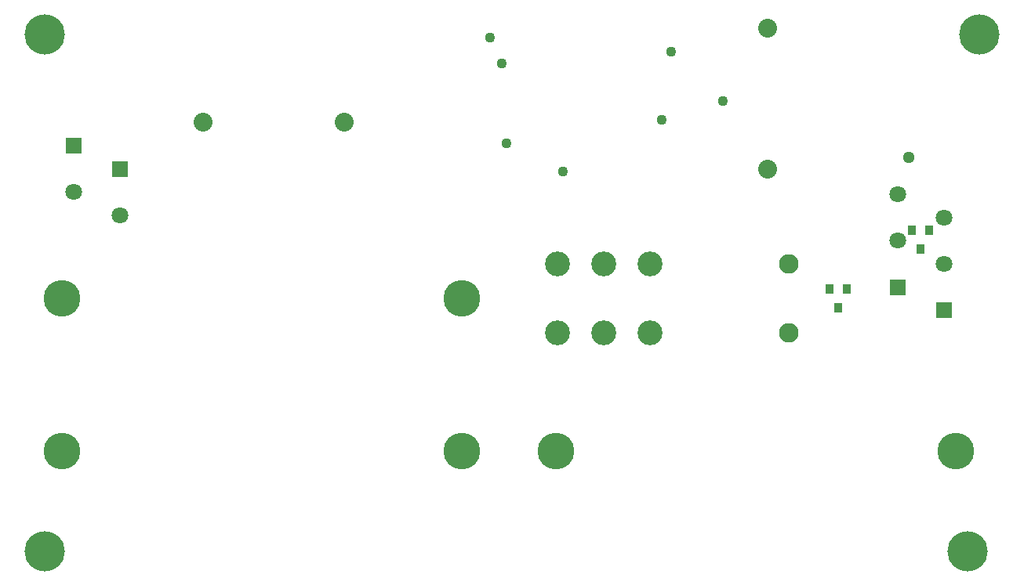
<source format=gbs>
G75*
%MOIN*%
%OFA0B0*%
%FSLAX24Y24*%
%IPPOS*%
%LPD*%
%AMOC8*
5,1,8,0,0,1.08239X$1,22.5*
%
%ADD10R,0.0375X0.0414*%
%ADD11R,0.0710X0.0710*%
%ADD12C,0.0710*%
%ADD13C,0.1560*%
%ADD14C,0.0828*%
%ADD15C,0.1060*%
%ADD16C,0.0800*%
%ADD17C,0.1710*%
%ADD18C,0.0436*%
%ADD19C,0.0510*%
D10*
X034926Y012494D03*
X035674Y012494D03*
X035300Y011706D03*
X038800Y014206D03*
X038426Y014994D03*
X039174Y014994D03*
D11*
X037831Y012584D03*
X039800Y011600D03*
X004769Y017616D03*
X002800Y018600D03*
D12*
X002800Y016631D03*
X004769Y015647D03*
X037831Y016521D03*
X039800Y015537D03*
X037831Y014553D03*
X039800Y013569D03*
D13*
X040300Y005600D03*
X023300Y005600D03*
X019300Y005600D03*
X019300Y012100D03*
X002300Y012100D03*
X002300Y005600D03*
D14*
X033206Y010624D03*
X033206Y013576D03*
D15*
X027300Y013576D03*
X025331Y013576D03*
X023363Y013576D03*
X023363Y010624D03*
X025331Y010624D03*
X027300Y010624D03*
D16*
X032300Y017600D03*
X032300Y023600D03*
X014300Y019600D03*
X008300Y019600D03*
D17*
X001550Y001350D03*
X001552Y023350D03*
X040800Y001350D03*
X041300Y023350D03*
D18*
X030400Y020500D03*
X027800Y019700D03*
X023600Y017500D03*
X021200Y018700D03*
X021000Y022100D03*
X020500Y023200D03*
X028200Y022600D03*
D19*
X038300Y018100D03*
M02*

</source>
